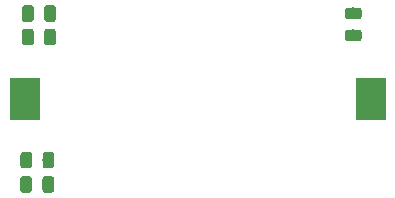
<source format=gbp>
G04 #@! TF.GenerationSoftware,KiCad,Pcbnew,5.0.2-bee76a0~70~ubuntu18.04.1*
G04 #@! TF.CreationDate,2020-01-17T08:49:31+02:00*
G04 #@! TF.ProjectId,nanoSense-Motion,4b656d65-742d-4424-9c45-2e6b69636164,rev?*
G04 #@! TF.SameCoordinates,Original*
G04 #@! TF.FileFunction,Paste,Bot*
G04 #@! TF.FilePolarity,Positive*
%FSLAX46Y46*%
G04 Gerber Fmt 4.6, Leading zero omitted, Abs format (unit mm)*
G04 Created by KiCad (PCBNEW 5.0.2-bee76a0~70~ubuntu18.04.1) date Fri 17 Jan 2020 08:49:31 AM EET*
%MOMM*%
%LPD*%
G01*
G04 APERTURE LIST*
%ADD10R,2.600000X3.600000*%
%ADD11C,0.100000*%
%ADD12C,0.975000*%
G04 APERTURE END LIST*
D10*
G04 #@! TO.C,BT1*
X171700000Y-43575000D03*
X142400000Y-43575000D03*
G04 #@! TD*
D11*
G04 #@! TO.C,C1*
G36*
X170700142Y-37701174D02*
X170723803Y-37704684D01*
X170747007Y-37710496D01*
X170769529Y-37718554D01*
X170791153Y-37728782D01*
X170811670Y-37741079D01*
X170830883Y-37755329D01*
X170848607Y-37771393D01*
X170864671Y-37789117D01*
X170878921Y-37808330D01*
X170891218Y-37828847D01*
X170901446Y-37850471D01*
X170909504Y-37872993D01*
X170915316Y-37896197D01*
X170918826Y-37919858D01*
X170920000Y-37943750D01*
X170920000Y-38431250D01*
X170918826Y-38455142D01*
X170915316Y-38478803D01*
X170909504Y-38502007D01*
X170901446Y-38524529D01*
X170891218Y-38546153D01*
X170878921Y-38566670D01*
X170864671Y-38585883D01*
X170848607Y-38603607D01*
X170830883Y-38619671D01*
X170811670Y-38633921D01*
X170791153Y-38646218D01*
X170769529Y-38656446D01*
X170747007Y-38664504D01*
X170723803Y-38670316D01*
X170700142Y-38673826D01*
X170676250Y-38675000D01*
X169763750Y-38675000D01*
X169739858Y-38673826D01*
X169716197Y-38670316D01*
X169692993Y-38664504D01*
X169670471Y-38656446D01*
X169648847Y-38646218D01*
X169628330Y-38633921D01*
X169609117Y-38619671D01*
X169591393Y-38603607D01*
X169575329Y-38585883D01*
X169561079Y-38566670D01*
X169548782Y-38546153D01*
X169538554Y-38524529D01*
X169530496Y-38502007D01*
X169524684Y-38478803D01*
X169521174Y-38455142D01*
X169520000Y-38431250D01*
X169520000Y-37943750D01*
X169521174Y-37919858D01*
X169524684Y-37896197D01*
X169530496Y-37872993D01*
X169538554Y-37850471D01*
X169548782Y-37828847D01*
X169561079Y-37808330D01*
X169575329Y-37789117D01*
X169591393Y-37771393D01*
X169609117Y-37755329D01*
X169628330Y-37741079D01*
X169648847Y-37728782D01*
X169670471Y-37718554D01*
X169692993Y-37710496D01*
X169716197Y-37704684D01*
X169739858Y-37701174D01*
X169763750Y-37700000D01*
X170676250Y-37700000D01*
X170700142Y-37701174D01*
X170700142Y-37701174D01*
G37*
D12*
X170220000Y-38187500D03*
D11*
G36*
X170700142Y-35826174D02*
X170723803Y-35829684D01*
X170747007Y-35835496D01*
X170769529Y-35843554D01*
X170791153Y-35853782D01*
X170811670Y-35866079D01*
X170830883Y-35880329D01*
X170848607Y-35896393D01*
X170864671Y-35914117D01*
X170878921Y-35933330D01*
X170891218Y-35953847D01*
X170901446Y-35975471D01*
X170909504Y-35997993D01*
X170915316Y-36021197D01*
X170918826Y-36044858D01*
X170920000Y-36068750D01*
X170920000Y-36556250D01*
X170918826Y-36580142D01*
X170915316Y-36603803D01*
X170909504Y-36627007D01*
X170901446Y-36649529D01*
X170891218Y-36671153D01*
X170878921Y-36691670D01*
X170864671Y-36710883D01*
X170848607Y-36728607D01*
X170830883Y-36744671D01*
X170811670Y-36758921D01*
X170791153Y-36771218D01*
X170769529Y-36781446D01*
X170747007Y-36789504D01*
X170723803Y-36795316D01*
X170700142Y-36798826D01*
X170676250Y-36800000D01*
X169763750Y-36800000D01*
X169739858Y-36798826D01*
X169716197Y-36795316D01*
X169692993Y-36789504D01*
X169670471Y-36781446D01*
X169648847Y-36771218D01*
X169628330Y-36758921D01*
X169609117Y-36744671D01*
X169591393Y-36728607D01*
X169575329Y-36710883D01*
X169561079Y-36691670D01*
X169548782Y-36671153D01*
X169538554Y-36649529D01*
X169530496Y-36627007D01*
X169524684Y-36603803D01*
X169521174Y-36580142D01*
X169520000Y-36556250D01*
X169520000Y-36068750D01*
X169521174Y-36044858D01*
X169524684Y-36021197D01*
X169530496Y-35997993D01*
X169538554Y-35975471D01*
X169548782Y-35953847D01*
X169561079Y-35933330D01*
X169575329Y-35914117D01*
X169591393Y-35896393D01*
X169609117Y-35880329D01*
X169628330Y-35866079D01*
X169648847Y-35853782D01*
X169670471Y-35843554D01*
X169692993Y-35835496D01*
X169716197Y-35829684D01*
X169739858Y-35826174D01*
X169763750Y-35825000D01*
X170676250Y-35825000D01*
X170700142Y-35826174D01*
X170700142Y-35826174D01*
G37*
D12*
X170220000Y-36312500D03*
G04 #@! TD*
D11*
G04 #@! TO.C,C3*
G36*
X144655142Y-50101174D02*
X144678803Y-50104684D01*
X144702007Y-50110496D01*
X144724529Y-50118554D01*
X144746153Y-50128782D01*
X144766670Y-50141079D01*
X144785883Y-50155329D01*
X144803607Y-50171393D01*
X144819671Y-50189117D01*
X144833921Y-50208330D01*
X144846218Y-50228847D01*
X144856446Y-50250471D01*
X144864504Y-50272993D01*
X144870316Y-50296197D01*
X144873826Y-50319858D01*
X144875000Y-50343750D01*
X144875000Y-51256250D01*
X144873826Y-51280142D01*
X144870316Y-51303803D01*
X144864504Y-51327007D01*
X144856446Y-51349529D01*
X144846218Y-51371153D01*
X144833921Y-51391670D01*
X144819671Y-51410883D01*
X144803607Y-51428607D01*
X144785883Y-51444671D01*
X144766670Y-51458921D01*
X144746153Y-51471218D01*
X144724529Y-51481446D01*
X144702007Y-51489504D01*
X144678803Y-51495316D01*
X144655142Y-51498826D01*
X144631250Y-51500000D01*
X144143750Y-51500000D01*
X144119858Y-51498826D01*
X144096197Y-51495316D01*
X144072993Y-51489504D01*
X144050471Y-51481446D01*
X144028847Y-51471218D01*
X144008330Y-51458921D01*
X143989117Y-51444671D01*
X143971393Y-51428607D01*
X143955329Y-51410883D01*
X143941079Y-51391670D01*
X143928782Y-51371153D01*
X143918554Y-51349529D01*
X143910496Y-51327007D01*
X143904684Y-51303803D01*
X143901174Y-51280142D01*
X143900000Y-51256250D01*
X143900000Y-50343750D01*
X143901174Y-50319858D01*
X143904684Y-50296197D01*
X143910496Y-50272993D01*
X143918554Y-50250471D01*
X143928782Y-50228847D01*
X143941079Y-50208330D01*
X143955329Y-50189117D01*
X143971393Y-50171393D01*
X143989117Y-50155329D01*
X144008330Y-50141079D01*
X144028847Y-50128782D01*
X144050471Y-50118554D01*
X144072993Y-50110496D01*
X144096197Y-50104684D01*
X144119858Y-50101174D01*
X144143750Y-50100000D01*
X144631250Y-50100000D01*
X144655142Y-50101174D01*
X144655142Y-50101174D01*
G37*
D12*
X144387500Y-50800000D03*
D11*
G36*
X142780142Y-50101174D02*
X142803803Y-50104684D01*
X142827007Y-50110496D01*
X142849529Y-50118554D01*
X142871153Y-50128782D01*
X142891670Y-50141079D01*
X142910883Y-50155329D01*
X142928607Y-50171393D01*
X142944671Y-50189117D01*
X142958921Y-50208330D01*
X142971218Y-50228847D01*
X142981446Y-50250471D01*
X142989504Y-50272993D01*
X142995316Y-50296197D01*
X142998826Y-50319858D01*
X143000000Y-50343750D01*
X143000000Y-51256250D01*
X142998826Y-51280142D01*
X142995316Y-51303803D01*
X142989504Y-51327007D01*
X142981446Y-51349529D01*
X142971218Y-51371153D01*
X142958921Y-51391670D01*
X142944671Y-51410883D01*
X142928607Y-51428607D01*
X142910883Y-51444671D01*
X142891670Y-51458921D01*
X142871153Y-51471218D01*
X142849529Y-51481446D01*
X142827007Y-51489504D01*
X142803803Y-51495316D01*
X142780142Y-51498826D01*
X142756250Y-51500000D01*
X142268750Y-51500000D01*
X142244858Y-51498826D01*
X142221197Y-51495316D01*
X142197993Y-51489504D01*
X142175471Y-51481446D01*
X142153847Y-51471218D01*
X142133330Y-51458921D01*
X142114117Y-51444671D01*
X142096393Y-51428607D01*
X142080329Y-51410883D01*
X142066079Y-51391670D01*
X142053782Y-51371153D01*
X142043554Y-51349529D01*
X142035496Y-51327007D01*
X142029684Y-51303803D01*
X142026174Y-51280142D01*
X142025000Y-51256250D01*
X142025000Y-50343750D01*
X142026174Y-50319858D01*
X142029684Y-50296197D01*
X142035496Y-50272993D01*
X142043554Y-50250471D01*
X142053782Y-50228847D01*
X142066079Y-50208330D01*
X142080329Y-50189117D01*
X142096393Y-50171393D01*
X142114117Y-50155329D01*
X142133330Y-50141079D01*
X142153847Y-50128782D01*
X142175471Y-50118554D01*
X142197993Y-50110496D01*
X142221197Y-50104684D01*
X142244858Y-50101174D01*
X142268750Y-50100000D01*
X142756250Y-50100000D01*
X142780142Y-50101174D01*
X142780142Y-50101174D01*
G37*
D12*
X142512500Y-50800000D03*
G04 #@! TD*
D11*
G04 #@! TO.C,C10*
G36*
X144663769Y-48050181D02*
X144687430Y-48053691D01*
X144710634Y-48059503D01*
X144733156Y-48067561D01*
X144754780Y-48077789D01*
X144775297Y-48090086D01*
X144794510Y-48104336D01*
X144812234Y-48120400D01*
X144828298Y-48138124D01*
X144842548Y-48157337D01*
X144854845Y-48177854D01*
X144865073Y-48199478D01*
X144873131Y-48222000D01*
X144878943Y-48245204D01*
X144882453Y-48268865D01*
X144883627Y-48292757D01*
X144883627Y-49205257D01*
X144882453Y-49229149D01*
X144878943Y-49252810D01*
X144873131Y-49276014D01*
X144865073Y-49298536D01*
X144854845Y-49320160D01*
X144842548Y-49340677D01*
X144828298Y-49359890D01*
X144812234Y-49377614D01*
X144794510Y-49393678D01*
X144775297Y-49407928D01*
X144754780Y-49420225D01*
X144733156Y-49430453D01*
X144710634Y-49438511D01*
X144687430Y-49444323D01*
X144663769Y-49447833D01*
X144639877Y-49449007D01*
X144152377Y-49449007D01*
X144128485Y-49447833D01*
X144104824Y-49444323D01*
X144081620Y-49438511D01*
X144059098Y-49430453D01*
X144037474Y-49420225D01*
X144016957Y-49407928D01*
X143997744Y-49393678D01*
X143980020Y-49377614D01*
X143963956Y-49359890D01*
X143949706Y-49340677D01*
X143937409Y-49320160D01*
X143927181Y-49298536D01*
X143919123Y-49276014D01*
X143913311Y-49252810D01*
X143909801Y-49229149D01*
X143908627Y-49205257D01*
X143908627Y-48292757D01*
X143909801Y-48268865D01*
X143913311Y-48245204D01*
X143919123Y-48222000D01*
X143927181Y-48199478D01*
X143937409Y-48177854D01*
X143949706Y-48157337D01*
X143963956Y-48138124D01*
X143980020Y-48120400D01*
X143997744Y-48104336D01*
X144016957Y-48090086D01*
X144037474Y-48077789D01*
X144059098Y-48067561D01*
X144081620Y-48059503D01*
X144104824Y-48053691D01*
X144128485Y-48050181D01*
X144152377Y-48049007D01*
X144639877Y-48049007D01*
X144663769Y-48050181D01*
X144663769Y-48050181D01*
G37*
D12*
X144396127Y-48749007D03*
D11*
G36*
X142788769Y-48050181D02*
X142812430Y-48053691D01*
X142835634Y-48059503D01*
X142858156Y-48067561D01*
X142879780Y-48077789D01*
X142900297Y-48090086D01*
X142919510Y-48104336D01*
X142937234Y-48120400D01*
X142953298Y-48138124D01*
X142967548Y-48157337D01*
X142979845Y-48177854D01*
X142990073Y-48199478D01*
X142998131Y-48222000D01*
X143003943Y-48245204D01*
X143007453Y-48268865D01*
X143008627Y-48292757D01*
X143008627Y-49205257D01*
X143007453Y-49229149D01*
X143003943Y-49252810D01*
X142998131Y-49276014D01*
X142990073Y-49298536D01*
X142979845Y-49320160D01*
X142967548Y-49340677D01*
X142953298Y-49359890D01*
X142937234Y-49377614D01*
X142919510Y-49393678D01*
X142900297Y-49407928D01*
X142879780Y-49420225D01*
X142858156Y-49430453D01*
X142835634Y-49438511D01*
X142812430Y-49444323D01*
X142788769Y-49447833D01*
X142764877Y-49449007D01*
X142277377Y-49449007D01*
X142253485Y-49447833D01*
X142229824Y-49444323D01*
X142206620Y-49438511D01*
X142184098Y-49430453D01*
X142162474Y-49420225D01*
X142141957Y-49407928D01*
X142122744Y-49393678D01*
X142105020Y-49377614D01*
X142088956Y-49359890D01*
X142074706Y-49340677D01*
X142062409Y-49320160D01*
X142052181Y-49298536D01*
X142044123Y-49276014D01*
X142038311Y-49252810D01*
X142034801Y-49229149D01*
X142033627Y-49205257D01*
X142033627Y-48292757D01*
X142034801Y-48268865D01*
X142038311Y-48245204D01*
X142044123Y-48222000D01*
X142052181Y-48199478D01*
X142062409Y-48177854D01*
X142074706Y-48157337D01*
X142088956Y-48138124D01*
X142105020Y-48120400D01*
X142122744Y-48104336D01*
X142141957Y-48090086D01*
X142162474Y-48077789D01*
X142184098Y-48067561D01*
X142206620Y-48059503D01*
X142229824Y-48053691D01*
X142253485Y-48050181D01*
X142277377Y-48049007D01*
X142764877Y-48049007D01*
X142788769Y-48050181D01*
X142788769Y-48050181D01*
G37*
D12*
X142521127Y-48749007D03*
G04 #@! TD*
D11*
G04 #@! TO.C,R2*
G36*
X142929956Y-37625048D02*
X142953617Y-37628558D01*
X142976821Y-37634370D01*
X142999343Y-37642428D01*
X143020967Y-37652656D01*
X143041484Y-37664953D01*
X143060697Y-37679203D01*
X143078421Y-37695267D01*
X143094485Y-37712991D01*
X143108735Y-37732204D01*
X143121032Y-37752721D01*
X143131260Y-37774345D01*
X143139318Y-37796867D01*
X143145130Y-37820071D01*
X143148640Y-37843732D01*
X143149814Y-37867624D01*
X143149814Y-38780124D01*
X143148640Y-38804016D01*
X143145130Y-38827677D01*
X143139318Y-38850881D01*
X143131260Y-38873403D01*
X143121032Y-38895027D01*
X143108735Y-38915544D01*
X143094485Y-38934757D01*
X143078421Y-38952481D01*
X143060697Y-38968545D01*
X143041484Y-38982795D01*
X143020967Y-38995092D01*
X142999343Y-39005320D01*
X142976821Y-39013378D01*
X142953617Y-39019190D01*
X142929956Y-39022700D01*
X142906064Y-39023874D01*
X142418564Y-39023874D01*
X142394672Y-39022700D01*
X142371011Y-39019190D01*
X142347807Y-39013378D01*
X142325285Y-39005320D01*
X142303661Y-38995092D01*
X142283144Y-38982795D01*
X142263931Y-38968545D01*
X142246207Y-38952481D01*
X142230143Y-38934757D01*
X142215893Y-38915544D01*
X142203596Y-38895027D01*
X142193368Y-38873403D01*
X142185310Y-38850881D01*
X142179498Y-38827677D01*
X142175988Y-38804016D01*
X142174814Y-38780124D01*
X142174814Y-37867624D01*
X142175988Y-37843732D01*
X142179498Y-37820071D01*
X142185310Y-37796867D01*
X142193368Y-37774345D01*
X142203596Y-37752721D01*
X142215893Y-37732204D01*
X142230143Y-37712991D01*
X142246207Y-37695267D01*
X142263931Y-37679203D01*
X142283144Y-37664953D01*
X142303661Y-37652656D01*
X142325285Y-37642428D01*
X142347807Y-37634370D01*
X142371011Y-37628558D01*
X142394672Y-37625048D01*
X142418564Y-37623874D01*
X142906064Y-37623874D01*
X142929956Y-37625048D01*
X142929956Y-37625048D01*
G37*
D12*
X142662314Y-38323874D03*
D11*
G36*
X144804956Y-37625048D02*
X144828617Y-37628558D01*
X144851821Y-37634370D01*
X144874343Y-37642428D01*
X144895967Y-37652656D01*
X144916484Y-37664953D01*
X144935697Y-37679203D01*
X144953421Y-37695267D01*
X144969485Y-37712991D01*
X144983735Y-37732204D01*
X144996032Y-37752721D01*
X145006260Y-37774345D01*
X145014318Y-37796867D01*
X145020130Y-37820071D01*
X145023640Y-37843732D01*
X145024814Y-37867624D01*
X145024814Y-38780124D01*
X145023640Y-38804016D01*
X145020130Y-38827677D01*
X145014318Y-38850881D01*
X145006260Y-38873403D01*
X144996032Y-38895027D01*
X144983735Y-38915544D01*
X144969485Y-38934757D01*
X144953421Y-38952481D01*
X144935697Y-38968545D01*
X144916484Y-38982795D01*
X144895967Y-38995092D01*
X144874343Y-39005320D01*
X144851821Y-39013378D01*
X144828617Y-39019190D01*
X144804956Y-39022700D01*
X144781064Y-39023874D01*
X144293564Y-39023874D01*
X144269672Y-39022700D01*
X144246011Y-39019190D01*
X144222807Y-39013378D01*
X144200285Y-39005320D01*
X144178661Y-38995092D01*
X144158144Y-38982795D01*
X144138931Y-38968545D01*
X144121207Y-38952481D01*
X144105143Y-38934757D01*
X144090893Y-38915544D01*
X144078596Y-38895027D01*
X144068368Y-38873403D01*
X144060310Y-38850881D01*
X144054498Y-38827677D01*
X144050988Y-38804016D01*
X144049814Y-38780124D01*
X144049814Y-37867624D01*
X144050988Y-37843732D01*
X144054498Y-37820071D01*
X144060310Y-37796867D01*
X144068368Y-37774345D01*
X144078596Y-37752721D01*
X144090893Y-37732204D01*
X144105143Y-37712991D01*
X144121207Y-37695267D01*
X144138931Y-37679203D01*
X144158144Y-37664953D01*
X144178661Y-37652656D01*
X144200285Y-37642428D01*
X144222807Y-37634370D01*
X144246011Y-37628558D01*
X144269672Y-37625048D01*
X144293564Y-37623874D01*
X144781064Y-37623874D01*
X144804956Y-37625048D01*
X144804956Y-37625048D01*
G37*
D12*
X144537314Y-38323874D03*
G04 #@! TD*
D11*
G04 #@! TO.C,R3*
G36*
X142930142Y-35641174D02*
X142953803Y-35644684D01*
X142977007Y-35650496D01*
X142999529Y-35658554D01*
X143021153Y-35668782D01*
X143041670Y-35681079D01*
X143060883Y-35695329D01*
X143078607Y-35711393D01*
X143094671Y-35729117D01*
X143108921Y-35748330D01*
X143121218Y-35768847D01*
X143131446Y-35790471D01*
X143139504Y-35812993D01*
X143145316Y-35836197D01*
X143148826Y-35859858D01*
X143150000Y-35883750D01*
X143150000Y-36796250D01*
X143148826Y-36820142D01*
X143145316Y-36843803D01*
X143139504Y-36867007D01*
X143131446Y-36889529D01*
X143121218Y-36911153D01*
X143108921Y-36931670D01*
X143094671Y-36950883D01*
X143078607Y-36968607D01*
X143060883Y-36984671D01*
X143041670Y-36998921D01*
X143021153Y-37011218D01*
X142999529Y-37021446D01*
X142977007Y-37029504D01*
X142953803Y-37035316D01*
X142930142Y-37038826D01*
X142906250Y-37040000D01*
X142418750Y-37040000D01*
X142394858Y-37038826D01*
X142371197Y-37035316D01*
X142347993Y-37029504D01*
X142325471Y-37021446D01*
X142303847Y-37011218D01*
X142283330Y-36998921D01*
X142264117Y-36984671D01*
X142246393Y-36968607D01*
X142230329Y-36950883D01*
X142216079Y-36931670D01*
X142203782Y-36911153D01*
X142193554Y-36889529D01*
X142185496Y-36867007D01*
X142179684Y-36843803D01*
X142176174Y-36820142D01*
X142175000Y-36796250D01*
X142175000Y-35883750D01*
X142176174Y-35859858D01*
X142179684Y-35836197D01*
X142185496Y-35812993D01*
X142193554Y-35790471D01*
X142203782Y-35768847D01*
X142216079Y-35748330D01*
X142230329Y-35729117D01*
X142246393Y-35711393D01*
X142264117Y-35695329D01*
X142283330Y-35681079D01*
X142303847Y-35668782D01*
X142325471Y-35658554D01*
X142347993Y-35650496D01*
X142371197Y-35644684D01*
X142394858Y-35641174D01*
X142418750Y-35640000D01*
X142906250Y-35640000D01*
X142930142Y-35641174D01*
X142930142Y-35641174D01*
G37*
D12*
X142662500Y-36340000D03*
D11*
G36*
X144805142Y-35641174D02*
X144828803Y-35644684D01*
X144852007Y-35650496D01*
X144874529Y-35658554D01*
X144896153Y-35668782D01*
X144916670Y-35681079D01*
X144935883Y-35695329D01*
X144953607Y-35711393D01*
X144969671Y-35729117D01*
X144983921Y-35748330D01*
X144996218Y-35768847D01*
X145006446Y-35790471D01*
X145014504Y-35812993D01*
X145020316Y-35836197D01*
X145023826Y-35859858D01*
X145025000Y-35883750D01*
X145025000Y-36796250D01*
X145023826Y-36820142D01*
X145020316Y-36843803D01*
X145014504Y-36867007D01*
X145006446Y-36889529D01*
X144996218Y-36911153D01*
X144983921Y-36931670D01*
X144969671Y-36950883D01*
X144953607Y-36968607D01*
X144935883Y-36984671D01*
X144916670Y-36998921D01*
X144896153Y-37011218D01*
X144874529Y-37021446D01*
X144852007Y-37029504D01*
X144828803Y-37035316D01*
X144805142Y-37038826D01*
X144781250Y-37040000D01*
X144293750Y-37040000D01*
X144269858Y-37038826D01*
X144246197Y-37035316D01*
X144222993Y-37029504D01*
X144200471Y-37021446D01*
X144178847Y-37011218D01*
X144158330Y-36998921D01*
X144139117Y-36984671D01*
X144121393Y-36968607D01*
X144105329Y-36950883D01*
X144091079Y-36931670D01*
X144078782Y-36911153D01*
X144068554Y-36889529D01*
X144060496Y-36867007D01*
X144054684Y-36843803D01*
X144051174Y-36820142D01*
X144050000Y-36796250D01*
X144050000Y-35883750D01*
X144051174Y-35859858D01*
X144054684Y-35836197D01*
X144060496Y-35812993D01*
X144068554Y-35790471D01*
X144078782Y-35768847D01*
X144091079Y-35748330D01*
X144105329Y-35729117D01*
X144121393Y-35711393D01*
X144139117Y-35695329D01*
X144158330Y-35681079D01*
X144178847Y-35668782D01*
X144200471Y-35658554D01*
X144222993Y-35650496D01*
X144246197Y-35644684D01*
X144269858Y-35641174D01*
X144293750Y-35640000D01*
X144781250Y-35640000D01*
X144805142Y-35641174D01*
X144805142Y-35641174D01*
G37*
D12*
X144537500Y-36340000D03*
G04 #@! TD*
M02*

</source>
